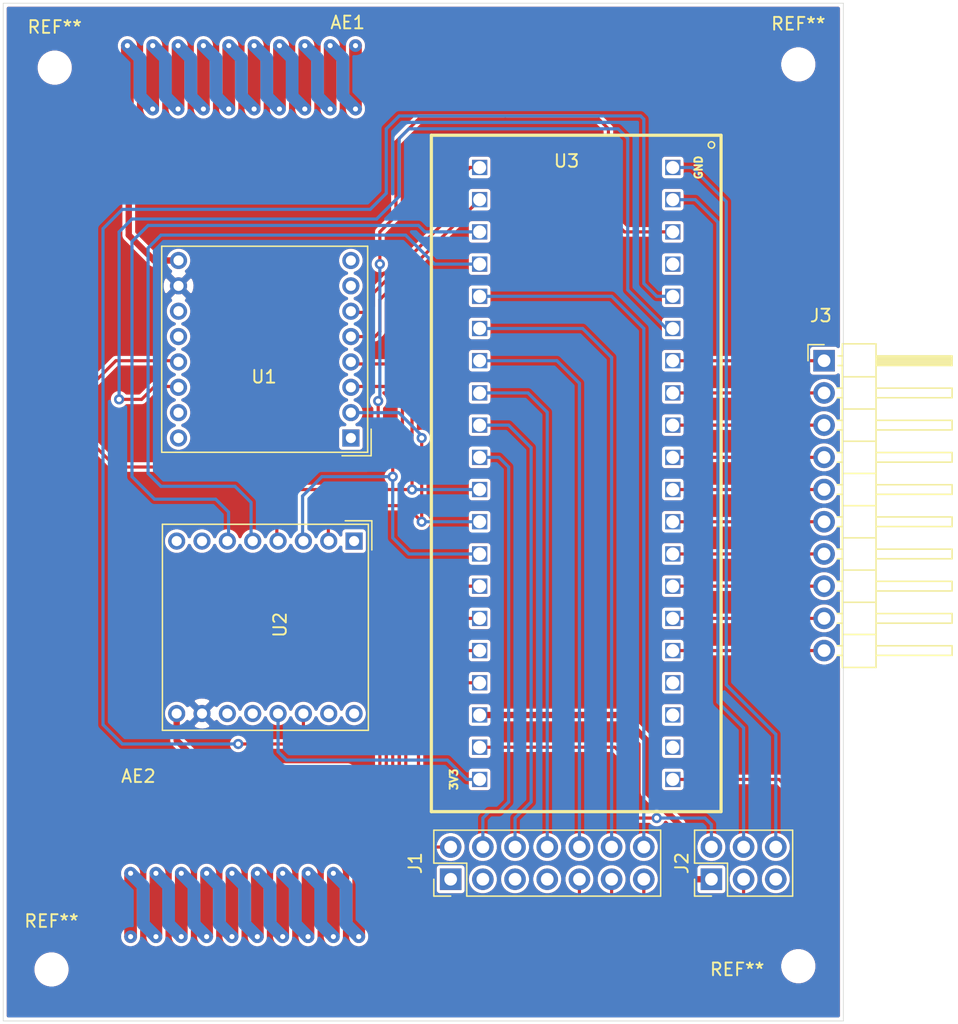
<source format=kicad_pcb>
(kicad_pcb (version 20171130) (host pcbnew 5.1.6)
  (layers (0 F.Cu signal) (31 B.Cu signal) (34 B.Paste user) (35 F.Paste user) (36 B.SilkS user) (37 F.SilkS user) (38 B.Mask user) (39 F.Mask user) (44 Edge.Cuts user))
  (net 0 "")
  (net 1 "Net-(AE1-Pad1)")
  (net 2 "Net-(AE2-Pad1)")
  (net 3 PB9)
  (net 4 PA8)
  (net 5 PA9)
  (net 6 PA10)
  (net 7 PB6)
  (net 8 PA11)
  (net 9 PB7)
  (net 10 PA12)
  (net 11 PB8)
  (net 12 PA15)
  (net 13 5V)
  (net 14 GND_1)
  (net 15 VBA)
  (net 16 GND_2)
  (net 17 3V3_2)
  (net 18 GND_3)
  (net 19 AI_0)
  (net 20 AI_1)
  (net 21 AI_2)
  (net 22 AI_3)
  (net 23 AI_4)
  (net 24 AO_0)
  (net 25 AO_1)
  (net 26 AO_2)
  (net 27 AO_3)
  (net 28 AO_4)
  (net 29 "Net-(U1-Pad1)")
  (net 30 MISO1)
  (net 31 MOSI1)
  (net 32 SCK1)
  (net 33 "Net-(U1-Pad7)")
  (net 34 "Net-(U1-Pad8)")
  (net 35 "Net-(U1-Pad11)")
  (net 36 "Net-(U1-Pad12)")
  (net 37 3V3_1)
  (net 38 PB10)
  (net 39 "Net-(U1-Pad15)")
  (net 40 "Net-(U1-Pad16)")
  (net 41 "Net-(U2-Pad16)")
  (net 42 "Net-(U2-Pad15)")
  (net 43 PB11)
  (net 44 "Net-(U2-Pad12)")
  (net 45 "Net-(U2-Pad11)")
  (net 46 "Net-(U2-Pad8)")
  (net 47 "Net-(U2-Pad7)")
  (net 48 "Net-(U2-Pad1)")
  (net 49 NSS1)
  (net 50 RESET1)
  (net 51 RESET2)
  (net 52 NSS2)
  (net 53 "Net-(J1-Pad1)")
  (net 54 "Net-(J1-Pad3)")
  (net 55 "Net-(J1-Pad5)")
  (net 56 "Net-(J1-Pad7)")
  (net 57 "Net-(U3-Pad19)")
  (net 58 "Net-(U3-Pad18)")
  (net 59 "Net-(U3-Pad17)")
  (net 60 "Net-(U3-Pad4)")
  (net 61 "Net-(J2-Pad5)")
  (net 62 GND)
  (module MountingHole:MountingHole_2.2mm_M2 (layer F.Cu) (at 117.348 136.906)
    (fp_text reference REF** (at 0 -3.81) (layer F.SilkS))
    (fp_text value M2)
    (pad 1 np_thru_hole circle (at 0 0) (size 2.2 2.2) (drill 2.2) (layers *.Cu *.Mask))
  )
  (module MountingHole:MountingHole_2.2mm_M2 (layer F.Cu) (at 176.276 136.652)
    (fp_text reference REF** (at -4.826 0.254) (layer F.SilkS))
    (fp_text value M2)
    (pad 1 np_thru_hole circle (at 0 0) (size 2.2 2.2) (drill 2.2) (layers *.Cu *.Mask))
  )
  (module MountingHole:MountingHole_2.2mm_M2 (layer F.Cu) (at 117.602 65.786)
    (fp_text reference REF** (at 0 -3.2) (layer F.SilkS))
    (fp_text value M2)
    (pad 1 np_thru_hole circle (at 0 0) (size 2.2 2.2) (drill 2.2) (layers *.Cu *.Mask))
  )
  (module MountingHole:MountingHole_2.2mm_M2 (layer F.Cu) (at 176.276 65.532)
    (fp_text reference REF** (at 0 -3.2) (layer F.SilkS))
    (fp_text value M2)
    (pad 1 np_thru_hole circle (at 0 0) (size 2.2 2.2) (drill 2.2) (layers *.Cu *.Mask))
  )
  (module Custom:STM32_103C8T6_Bluepill (layer F.Cu) (at 158.75 97.79 270)
    (fp_text reference U3 (at -24.638 0.762 180) (layer F.SilkS))
    (fp_text value STM32F103c8t6_Bluepill)
    (fp_text user 3V3 (at 24.13 9.652 90) (layer F.SilkS) (effects (font (size 0.6 0.6))))
    (fp_text user GND (at -24.13 -9.652 90) (layer F.SilkS) (effects (font (size 0.6 0.6))))
    (pad 40 thru_hole rect (at 24.13 7.62 270) (size 1.2 1.2) (drill 1.02) (layers *.Cu *.Mask) (net 37 3V3_1))
    (pad 39 thru_hole rect (at 21.59 7.62 270) (size 1.2 1.2) (drill 1.02) (layers *.Cu *.Mask) (net 14 GND_1))
    (pad 38 thru_hole rect (at 19.05 7.62 270) (size 1.2 1.2) (drill 1.02) (layers *.Cu *.Mask) (net 13 5V))
    (pad 37 thru_hole rect (at 16.51 7.62 270) (size 1.2 1.2) (drill 1.02) (layers *.Cu *.Mask) (net 3 PB9))
    (pad 36 thru_hole rect (at 13.97 7.62 270) (size 1.2 1.2) (drill 1.02) (layers *.Cu *.Mask) (net 11 PB8))
    (pad 35 thru_hole rect (at 11.43 7.62 270) (size 1.2 1.2) (drill 1.02) (layers *.Cu *.Mask) (net 9 PB7))
    (pad 34 thru_hole rect (at 8.89 7.62 270) (size 1.2 1.2) (drill 1.02) (layers *.Cu *.Mask) (net 7 PB6))
    (pad 33 thru_hole rect (at 6.35 7.62 270) (size 1.2 1.2) (drill 1.02) (layers *.Cu *.Mask) (net 31 MOSI1))
    (pad 32 thru_hole rect (at 3.81 7.62 270) (size 1.2 1.2) (drill 1.02) (layers *.Cu *.Mask) (net 30 MISO1))
    (pad 31 thru_hole rect (at 1.27 7.62 270) (size 1.2 1.2) (drill 1.02) (layers *.Cu *.Mask) (net 32 SCK1))
    (pad 30 thru_hole rect (at -1.27 7.62 270) (size 1.2 1.2) (drill 1.02) (layers *.Cu *.Mask) (net 12 PA15))
    (pad 29 thru_hole rect (at -3.81 7.62 270) (size 1.2 1.2) (drill 1.02) (layers *.Cu *.Mask) (net 10 PA12))
    (pad 28 thru_hole rect (at -6.35 7.62 270) (size 1.2 1.2) (drill 1.02) (layers *.Cu *.Mask) (net 8 PA11))
    (pad 27 thru_hole rect (at -8.89 7.62 270) (size 1.2 1.2) (drill 1.02) (layers *.Cu *.Mask) (net 6 PA10))
    (pad 26 thru_hole rect (at -11.43 7.62 270) (size 1.2 1.2) (drill 1.02) (layers *.Cu *.Mask) (net 5 PA9))
    (pad 25 thru_hole rect (at -13.97 7.62 270) (size 1.2 1.2) (drill 1.02) (layers *.Cu *.Mask) (net 4 PA8))
    (pad 24 thru_hole rect (at -16.51 7.62 270) (size 1.2 1.2) (drill 1.02) (layers *.Cu *.Mask) (net 52 NSS2))
    (pad 23 thru_hole rect (at -19.05 7.62 270) (size 1.2 1.2) (drill 1.02) (layers *.Cu *.Mask) (net 51 RESET2))
    (pad 22 thru_hole rect (at -21.59 7.62 270) (size 1.2 1.2) (drill 1.02) (layers *.Cu *.Mask) (net 49 NSS1))
    (pad 21 thru_hole rect (at -24.13 7.62 270) (size 1.2 1.2) (drill 1.02) (layers *.Cu *.Mask) (net 50 RESET1))
    (pad 20 thru_hole rect (at 24.13 -7.62 270) (size 1.2 1.2) (drill 1.02) (layers *.Cu *.Mask) (net 15 VBA))
    (pad 19 thru_hole rect (at 21.59 -7.62 270) (size 1.2 1.2) (drill 1.02) (layers *.Cu *.Mask) (net 57 "Net-(U3-Pad19)"))
    (pad 18 thru_hole rect (at 19.05 -7.62 270) (size 1.2 1.2) (drill 1.02) (layers *.Cu *.Mask) (net 58 "Net-(U3-Pad18)"))
    (pad 17 thru_hole rect (at 16.51 -7.62 270) (size 1.2 1.2) (drill 1.02) (layers *.Cu *.Mask) (net 59 "Net-(U3-Pad17)"))
    (pad 16 thru_hole rect (at 13.97 -7.62 270) (size 1.2 1.2) (drill 1.02) (layers *.Cu *.Mask) (net 28 AO_4))
    (pad 15 thru_hole rect (at 11.43 -7.62 270) (size 1.2 1.2) (drill 1.02) (layers *.Cu *.Mask) (net 27 AO_3))
    (pad 14 thru_hole rect (at 8.89 -7.62 270) (size 1.2 1.2) (drill 1.02) (layers *.Cu *.Mask) (net 26 AO_2))
    (pad 13 thru_hole rect (at 6.35 -7.62 270) (size 1.2 1.2) (drill 1.02) (layers *.Cu *.Mask) (net 25 AO_1))
    (pad 12 thru_hole rect (at 3.81 -7.62 270) (size 1.2 1.2) (drill 1.02) (layers *.Cu *.Mask) (net 24 AO_0))
    (pad 11 thru_hole rect (at 1.27 -7.62 270) (size 1.2 1.2) (drill 1.02) (layers *.Cu *.Mask) (net 23 AI_4))
    (pad 10 thru_hole rect (at -1.27 -7.62 270) (size 1.2 1.2) (drill 1.02) (layers *.Cu *.Mask) (net 22 AI_3))
    (pad 9 thru_hole rect (at -3.81 -7.62 270) (size 1.2 1.2) (drill 1.02) (layers *.Cu *.Mask) (net 21 AI_2))
    (pad 8 thru_hole rect (at -6.35 -7.62 270) (size 1.2 1.2) (drill 1.02) (layers *.Cu *.Mask) (net 20 AI_1))
    (pad 7 thru_hole rect (at -8.89 -7.62 270) (size 1.2 1.2) (drill 1.02) (layers *.Cu *.Mask) (net 19 AI_0))
    (pad 6 thru_hole rect (at -11.43 -7.62 270) (size 1.2 1.2) (drill 1.02) (layers *.Cu *.Mask) (net 38 PB10))
    (pad 5 thru_hole rect (at -13.97 -7.62 270) (size 1.2 1.2) (drill 1.02) (layers *.Cu *.Mask) (net 43 PB11))
    (pad 4 thru_hole rect (at -16.51 -7.62 270) (size 1.2 1.2) (drill 1.02) (layers *.Cu *.Mask) (net 60 "Net-(U3-Pad4)"))
    (pad 3 thru_hole rect (at -19.05 -7.62 270) (size 1.2 1.2) (drill 1.02) (layers *.Cu *.Mask) (net 17 3V3_2))
    (pad 2 thru_hole rect (at -21.59 -7.62 270) (size 1.2 1.2) (drill 1.02) (layers *.Cu *.Mask) (net 16 GND_2))
    (pad 1 thru_hole rect (at -24.13 -7.62 270) (size 1.2 1.2) (drill 1.02) (layers *.Cu *.Mask) (net 18 GND_3))
  )
  (module RF_Antenna:Texas_SWRA416_868MHz_915MHz (layer F.Cu) (at 132.334 69.85)
    (fp_text reference AE1 (at 8.382 -7.62) (layer F.SilkS))
    (fp_text value Antenna)
    (fp_line (start 7 -5.8) (end 8 -4.8) (layer B.Cu) (width 1))
    (fp_line (start 8 -1.8) (end 9 -0.8) (layer B.Cu) (width 1))
    (fp_line (start 8 -4.8) (end 8 -1.8) (layer B.Cu) (width 1))
    (fp_line (start 9 -5.8) (end 9 -0.8) (layer F.Cu) (width 1))
    (fp_line (start 5 -5.8) (end 6 -4.8) (layer B.Cu) (width 1))
    (fp_line (start 6 -1.8) (end 7 -0.8) (layer B.Cu) (width 1))
    (fp_line (start 6 -4.8) (end 6 -1.8) (layer B.Cu) (width 1))
    (fp_line (start 7 -5.8) (end 7 -0.8) (layer F.Cu) (width 1))
    (fp_line (start 3 -5.8) (end 4 -4.8) (layer B.Cu) (width 1))
    (fp_line (start 4 -1.8) (end 5 -0.8) (layer B.Cu) (width 1))
    (fp_line (start 4 -4.8) (end 4 -1.8) (layer B.Cu) (width 1))
    (fp_line (start 5 -5.8) (end 5 -0.8) (layer F.Cu) (width 1))
    (fp_line (start 1 -5.8) (end 2 -4.8) (layer B.Cu) (width 1))
    (fp_line (start 2 -1.8) (end 3 -0.8) (layer B.Cu) (width 1))
    (fp_line (start 2 -4.8) (end 2 -1.8) (layer B.Cu) (width 1))
    (fp_line (start 3 -5.8) (end 3 -0.8) (layer F.Cu) (width 1))
    (fp_line (start -1 -5.8) (end 0 -4.8) (layer B.Cu) (width 1))
    (fp_line (start 0 -1.8) (end 1 -0.8) (layer B.Cu) (width 1))
    (fp_line (start 0 -4.8) (end 0 -1.8) (layer B.Cu) (width 1))
    (fp_line (start 1 -5.8) (end 1 -0.8) (layer F.Cu) (width 1))
    (fp_line (start -3 -5.8) (end -2 -4.8) (layer B.Cu) (width 1))
    (fp_line (start -2 -1.8) (end -1 -0.8) (layer B.Cu) (width 1))
    (fp_line (start -2 -4.8) (end -2 -1.8) (layer B.Cu) (width 1))
    (fp_line (start -1 -5.8) (end -1 -0.8) (layer F.Cu) (width 1))
    (fp_line (start -4 -4.8) (end -4 -1.8) (layer B.Cu) (width 1))
    (fp_line (start -5 -5.8) (end -4 -4.8) (layer B.Cu) (width 1))
    (fp_line (start -4 -1.8) (end -3 -0.8) (layer B.Cu) (width 1))
    (fp_line (start -3 -5.8) (end -3 -0.8) (layer F.Cu) (width 1))
    (fp_line (start -6 -4.8) (end -6 -1.8) (layer B.Cu) (width 1))
    (fp_line (start -7 -5.8) (end -6 -4.8) (layer B.Cu) (width 1))
    (fp_line (start -6 -1.8) (end -5 -0.8) (layer B.Cu) (width 1))
    (fp_line (start -5 -5.8) (end -5 -0.8) (layer F.Cu) (width 1))
    (fp_line (start -7 -5.8) (end -7 -0.8) (layer F.Cu) (width 1))
    (fp_line (start -9 5.2) (end -9 -5.8) (layer F.Cu) (width 1))
    (fp_line (start -9 -5.8) (end -8 -4.8) (layer B.Cu) (width 1))
    (fp_line (start -8 -4.8) (end -8 -1.8) (layer B.Cu) (width 1))
    (fp_line (start -8 -1.8) (end -7 -0.8) (layer B.Cu) (width 1))
    (pad "" thru_hole circle (at 9 -0.8 180) (size 1 1) (drill 0.4) (layers *.Cu))
    (pad "" thru_hole circle (at 9 -5.8 180) (size 1 1) (drill 0.4) (layers *.Cu))
    (pad "" thru_hole circle (at 7 -5.8 180) (size 1 1) (drill 0.4) (layers *.Cu))
    (pad "" thru_hole circle (at 7 -0.8 180) (size 1 1) (drill 0.4) (layers *.Cu))
    (pad "" thru_hole circle (at 5 -0.8 180) (size 1 1) (drill 0.4) (layers *.Cu))
    (pad "" thru_hole circle (at 5 -5.8 180) (size 1 1) (drill 0.4) (layers *.Cu))
    (pad "" thru_hole circle (at 3 -0.8 180) (size 1 1) (drill 0.4) (layers *.Cu))
    (pad "" thru_hole circle (at 3 -5.8 180) (size 1 1) (drill 0.4) (layers *.Cu))
    (pad "" thru_hole circle (at 1 -5.8 180) (size 1 1) (drill 0.4) (layers *.Cu))
    (pad "" thru_hole circle (at 1 -0.8 180) (size 1 1) (drill 0.4) (layers *.Cu))
    (pad "" thru_hole circle (at -1 -0.8 180) (size 1 1) (drill 0.4) (layers *.Cu))
    (pad "" thru_hole circle (at -1 -5.8 180) (size 1 1) (drill 0.4) (layers *.Cu))
    (pad "" thru_hole circle (at -3 -5.8 180) (size 1 1) (drill 0.4) (layers *.Cu))
    (pad "" thru_hole circle (at -3 -0.8 180) (size 1 1) (drill 0.4) (layers *.Cu))
    (pad "" thru_hole circle (at -5 -0.8 180) (size 1 1) (drill 0.4) (layers *.Cu))
    (pad "" thru_hole circle (at -5 -5.8 180) (size 1 1) (drill 0.4) (layers *.Cu))
    (pad "" thru_hole circle (at -7 -5.8 180) (size 1 1) (drill 0.4) (layers *.Cu))
    (pad "" thru_hole circle (at -7 -0.8 180) (size 1 1) (drill 0.4) (layers *.Cu))
    (pad "" thru_hole circle (at -9 -5.8 180) (size 1 1) (drill 0.4) (layers *.Cu))
    (pad 1 smd trapezoid (at -9 5.9 180) (size 0.4 1.5) (rect_delta 0 0.3) (layers F.Cu) (net 1 "Net-(AE1-Pad1)"))
  )
  (module RF_Antenna:Texas_SWRA416_868MHz_915MHz (layer F.Cu) (at 132.588 128.524 180)
    (fp_text reference AE2 (at 8.382 6.858) (layer F.SilkS))
    (fp_text value Antenna)
    (fp_line (start -8 -1.8) (end -7 -0.8) (layer B.Cu) (width 1))
    (fp_line (start -8 -4.8) (end -8 -1.8) (layer B.Cu) (width 1))
    (fp_line (start -9 -5.8) (end -8 -4.8) (layer B.Cu) (width 1))
    (fp_line (start -9 5.2) (end -9 -5.8) (layer F.Cu) (width 1))
    (fp_line (start -7 -5.8) (end -7 -0.8) (layer F.Cu) (width 1))
    (fp_line (start -5 -5.8) (end -5 -0.8) (layer F.Cu) (width 1))
    (fp_line (start -6 -1.8) (end -5 -0.8) (layer B.Cu) (width 1))
    (fp_line (start -7 -5.8) (end -6 -4.8) (layer B.Cu) (width 1))
    (fp_line (start -6 -4.8) (end -6 -1.8) (layer B.Cu) (width 1))
    (fp_line (start -3 -5.8) (end -3 -0.8) (layer F.Cu) (width 1))
    (fp_line (start -4 -1.8) (end -3 -0.8) (layer B.Cu) (width 1))
    (fp_line (start -5 -5.8) (end -4 -4.8) (layer B.Cu) (width 1))
    (fp_line (start -4 -4.8) (end -4 -1.8) (layer B.Cu) (width 1))
    (fp_line (start -1 -5.8) (end -1 -0.8) (layer F.Cu) (width 1))
    (fp_line (start -2 -4.8) (end -2 -1.8) (layer B.Cu) (width 1))
    (fp_line (start -2 -1.8) (end -1 -0.8) (layer B.Cu) (width 1))
    (fp_line (start -3 -5.8) (end -2 -4.8) (layer B.Cu) (width 1))
    (fp_line (start 1 -5.8) (end 1 -0.8) (layer F.Cu) (width 1))
    (fp_line (start 0 -4.8) (end 0 -1.8) (layer B.Cu) (width 1))
    (fp_line (start 0 -1.8) (end 1 -0.8) (layer B.Cu) (width 1))
    (fp_line (start -1 -5.8) (end 0 -4.8) (layer B.Cu) (width 1))
    (fp_line (start 3 -5.8) (end 3 -0.8) (layer F.Cu) (width 1))
    (fp_line (start 2 -4.8) (end 2 -1.8) (layer B.Cu) (width 1))
    (fp_line (start 2 -1.8) (end 3 -0.8) (layer B.Cu) (width 1))
    (fp_line (start 1 -5.8) (end 2 -4.8) (layer B.Cu) (width 1))
    (fp_line (start 5 -5.8) (end 5 -0.8) (layer F.Cu) (width 1))
    (fp_line (start 4 -4.8) (end 4 -1.8) (layer B.Cu) (width 1))
    (fp_line (start 4 -1.8) (end 5 -0.8) (layer B.Cu) (width 1))
    (fp_line (start 3 -5.8) (end 4 -4.8) (layer B.Cu) (width 1))
    (fp_line (start 7 -5.8) (end 7 -0.8) (layer F.Cu) (width 1))
    (fp_line (start 6 -4.8) (end 6 -1.8) (layer B.Cu) (width 1))
    (fp_line (start 6 -1.8) (end 7 -0.8) (layer B.Cu) (width 1))
    (fp_line (start 5 -5.8) (end 6 -4.8) (layer B.Cu) (width 1))
    (fp_line (start 9 -5.8) (end 9 -0.8) (layer F.Cu) (width 1))
    (fp_line (start 8 -4.8) (end 8 -1.8) (layer B.Cu) (width 1))
    (fp_line (start 8 -1.8) (end 9 -0.8) (layer B.Cu) (width 1))
    (fp_line (start 7 -5.8) (end 8 -4.8) (layer B.Cu) (width 1))
    (pad 1 smd trapezoid (at -9 5.9) (size 0.7 1.5) (rect_delta 0 0.3) (layers F.Cu) (net 2 "Net-(AE2-Pad1)"))
    (pad "" thru_hole circle (at -9 -5.8) (size 1 1) (drill 0.4) (layers *.Cu))
    (pad "" thru_hole circle (at -7 -0.8) (size 1 1) (drill 0.4) (layers *.Cu))
    (pad "" thru_hole circle (at -7 -5.8) (size 1 1) (drill 0.4) (layers *.Cu))
    (pad "" thru_hole circle (at -5 -5.8) (size 1 1) (drill 0.4) (layers *.Cu))
    (pad "" thru_hole circle (at -5 -0.8) (size 1 1) (drill 0.4) (layers *.Cu))
    (pad "" thru_hole circle (at -3 -0.8) (size 1 1) (drill 0.4) (layers *.Cu))
    (pad "" thru_hole circle (at -3 -5.8) (size 1 1) (drill 0.4) (layers *.Cu))
    (pad "" thru_hole circle (at -1 -5.8) (size 1 1) (drill 0.4) (layers *.Cu))
    (pad "" thru_hole circle (at -1 -0.8) (size 1 1) (drill 0.4) (layers *.Cu))
    (pad "" thru_hole circle (at 1 -0.8) (size 1 1) (drill 0.4) (layers *.Cu))
    (pad "" thru_hole circle (at 1 -5.8) (size 1 1) (drill 0.4) (layers *.Cu))
    (pad "" thru_hole circle (at 3 -5.8) (size 1 1) (drill 0.4) (layers *.Cu))
    (pad "" thru_hole circle (at 3 -0.8) (size 1 1) (drill 0.4) (layers *.Cu))
    (pad "" thru_hole circle (at 5 -5.8) (size 1 1) (drill 0.4) (layers *.Cu))
    (pad "" thru_hole circle (at 5 -0.8) (size 1 1) (drill 0.4) (layers *.Cu))
    (pad "" thru_hole circle (at 7 -0.8) (size 1 1) (drill 0.4) (layers *.Cu))
    (pad "" thru_hole circle (at 7 -5.8) (size 1 1) (drill 0.4) (layers *.Cu))
    (pad "" thru_hole circle (at 9 -5.8) (size 1 1) (drill 0.4) (layers *.Cu))
    (pad "" thru_hole circle (at 9 -0.8) (size 1 1) (drill 0.4) (layers *.Cu))
  )
  (module Connector_PinHeader_2.54mm:PinHeader_2x07_P2.54mm_Vertical (layer F.Cu) (at 148.844 129.794 90)
    (fp_text reference J1 (at 1.27 -2.794 90) (layer F.SilkS))
    (fp_text value "Generic Pins")
    (pad 1 thru_hole rect (at 0 0 90) (size 1.7 1.7) (drill 1) (layers *.Cu *.Mask) (net 53 "Net-(J1-Pad1)"))
    (pad 2 thru_hole oval (at 2.54 0 90) (size 1.7 1.7) (drill 1) (layers *.Cu *.Mask) (net 3 PB9))
    (pad 3 thru_hole oval (at 0 2.54 90) (size 1.7 1.7) (drill 1) (layers *.Cu *.Mask) (net 54 "Net-(J1-Pad3)"))
    (pad 4 thru_hole oval (at 2.54 2.54 90) (size 1.7 1.7) (drill 1) (layers *.Cu *.Mask) (net 12 PA15))
    (pad 5 thru_hole oval (at 0 5.08 90) (size 1.7 1.7) (drill 1) (layers *.Cu *.Mask) (net 55 "Net-(J1-Pad5)"))
    (pad 6 thru_hole oval (at 2.54 5.08 90) (size 1.7 1.7) (drill 1) (layers *.Cu *.Mask) (net 10 PA12))
    (pad 7 thru_hole oval (at 0 7.62 90) (size 1.7 1.7) (drill 1) (layers *.Cu *.Mask) (net 56 "Net-(J1-Pad7)"))
    (pad 8 thru_hole oval (at 2.54 7.62 90) (size 1.7 1.7) (drill 1) (layers *.Cu *.Mask) (net 8 PA11))
    (pad 9 thru_hole oval (at 0 10.16 90) (size 1.7 1.7) (drill 1) (layers *.Cu *.Mask) (net 11 PB8))
    (pad 10 thru_hole oval (at 2.54 10.16 90) (size 1.7 1.7) (drill 1) (layers *.Cu *.Mask) (net 6 PA10))
    (pad 11 thru_hole oval (at 0 12.7 90) (size 1.7 1.7) (drill 1) (layers *.Cu *.Mask) (net 9 PB7))
    (pad 12 thru_hole oval (at 2.54 12.7 90) (size 1.7 1.7) (drill 1) (layers *.Cu *.Mask) (net 5 PA9))
    (pad 13 thru_hole oval (at 0 15.24 90) (size 1.7 1.7) (drill 1) (layers *.Cu *.Mask) (net 7 PB6))
    (pad 14 thru_hole oval (at 2.54 15.24 90) (size 1.7 1.7) (drill 1) (layers *.Cu *.Mask) (net 4 PA8))
  )
  (module Connector_PinHeader_2.54mm:PinHeader_2x03_P2.54mm_Vertical (layer F.Cu) (at 169.418 129.794 90)
    (fp_text reference J2 (at 1.27 -2.33 90) (layer F.SilkS))
    (fp_text value "Power Pins")
    (pad 1 thru_hole rect (at 0 0 90) (size 1.7 1.7) (drill 1) (layers *.Cu *.Mask) (net 13 5V))
    (pad 2 thru_hole oval (at 2.54 0 90) (size 1.7 1.7) (drill 1) (layers *.Cu *.Mask) (net 14 GND_1))
    (pad 3 thru_hole oval (at 0 2.54 90) (size 1.7 1.7) (drill 1) (layers *.Cu *.Mask) (net 15 VBA))
    (pad 4 thru_hole oval (at 2.54 2.54 90) (size 1.7 1.7) (drill 1) (layers *.Cu *.Mask) (net 16 GND_2))
    (pad 5 thru_hole oval (at 0 5.08 90) (size 1.7 1.7) (drill 1) (layers *.Cu *.Mask) (net 61 "Net-(J2-Pad5)"))
    (pad 6 thru_hole oval (at 2.54 5.08 90) (size 1.7 1.7) (drill 1) (layers *.Cu *.Mask) (net 18 GND_3))
  )
  (module Connector_PinHeader_2.54mm:PinHeader_1x10_P2.54mm_Horizontal (layer F.Cu) (at 178.308 88.9)
    (fp_text reference J3 (at -0.254 -3.556) (layer F.SilkS))
    (fp_text value "Sensor Pins")
    (pad 1 thru_hole rect (at 0 0) (size 1.7 1.7) (drill 1) (layers *.Cu *.Mask) (net 19 AI_0))
    (pad 2 thru_hole oval (at 0 2.54) (size 1.7 1.7) (drill 1) (layers *.Cu *.Mask) (net 20 AI_1))
    (pad 3 thru_hole oval (at 0 5.08) (size 1.7 1.7) (drill 1) (layers *.Cu *.Mask) (net 21 AI_2))
    (pad 4 thru_hole oval (at 0 7.62) (size 1.7 1.7) (drill 1) (layers *.Cu *.Mask) (net 22 AI_3))
    (pad 5 thru_hole oval (at 0 10.16) (size 1.7 1.7) (drill 1) (layers *.Cu *.Mask) (net 23 AI_4))
    (pad 6 thru_hole oval (at 0 12.7) (size 1.7 1.7) (drill 1) (layers *.Cu *.Mask) (net 24 AO_0))
    (pad 7 thru_hole oval (at 0 15.24) (size 1.7 1.7) (drill 1) (layers *.Cu *.Mask) (net 25 AO_1))
    (pad 8 thru_hole oval (at 0 17.78) (size 1.7 1.7) (drill 1) (layers *.Cu *.Mask) (net 26 AO_2))
    (pad 9 thru_hole oval (at 0 20.32) (size 1.7 1.7) (drill 1) (layers *.Cu *.Mask) (net 27 AO_3))
    (pad 10 thru_hole oval (at 0 22.86) (size 1.7 1.7) (drill 1) (layers *.Cu *.Mask) (net 28 AO_4))
  )
  (module RF_Module:HOPERF_RFM9XW_THT (layer F.Cu) (at 140.97 94.996 180)
    (fp_text reference U1 (at 6.858 4.826) (layer F.SilkS))
    (fp_text value RFM95W-868S2)
    (pad 1 thru_hole rect (at 0 0 180) (size 1.35 1.35) (drill 0.8) (layers *.Cu *.Mask) (net 29 "Net-(U1-Pad1)"))
    (pad 2 thru_hole circle (at 0 2 180) (size 1.35 1.35) (drill 0.8) (layers *.Cu *.Mask) (net 30 MISO1))
    (pad 3 thru_hole circle (at 0 4 180) (size 1.35 1.35) (drill 0.8) (layers *.Cu *.Mask) (net 31 MOSI1))
    (pad 4 thru_hole circle (at 0 6 180) (size 1.35 1.35) (drill 0.8) (layers *.Cu *.Mask) (net 32 SCK1))
    (pad 5 thru_hole circle (at 0 8 180) (size 1.35 1.35) (drill 0.8) (layers *.Cu *.Mask) (net 49 NSS1))
    (pad 6 thru_hole circle (at 0 10 180) (size 1.35 1.35) (drill 0.8) (layers *.Cu *.Mask) (net 50 RESET1))
    (pad 7 thru_hole circle (at 0 12 180) (size 1.35 1.35) (drill 0.8) (layers *.Cu *.Mask) (net 33 "Net-(U1-Pad7)"))
    (pad 8 thru_hole circle (at 0 14 180) (size 1.35 1.35) (drill 0.8) (layers *.Cu *.Mask) (net 34 "Net-(U1-Pad8)"))
    (pad 9 thru_hole circle (at 13.6 14 180) (size 1.35 1.35) (drill 0.8) (layers *.Cu *.Mask) (net 1 "Net-(AE1-Pad1)"))
    (pad 10 thru_hole circle (at 13.6 12 180) (size 1.35 1.35) (drill 0.8) (layers *.Cu *.Mask) (net 62 GND))
    (pad 11 thru_hole circle (at 13.6 10 180) (size 1.35 1.35) (drill 0.8) (layers *.Cu *.Mask) (net 35 "Net-(U1-Pad11)"))
    (pad 12 thru_hole circle (at 13.6 8 180) (size 1.35 1.35) (drill 0.8) (layers *.Cu *.Mask) (net 36 "Net-(U1-Pad12)"))
    (pad 13 thru_hole circle (at 13.6 6 180) (size 1.35 1.35) (drill 0.8) (layers *.Cu *.Mask) (net 17 3V3_2))
    (pad 14 thru_hole circle (at 13.6 4 180) (size 1.35 1.35) (drill 0.8) (layers *.Cu *.Mask) (net 38 PB10))
    (pad 15 thru_hole circle (at 13.6 2 180) (size 1.35 1.35) (drill 0.8) (layers *.Cu *.Mask) (net 39 "Net-(U1-Pad15)"))
    (pad 16 thru_hole circle (at 13.6 0 180) (size 1.35 1.35) (drill 0.8) (layers *.Cu *.Mask) (net 40 "Net-(U1-Pad16)"))
  )
  (module RF_Module:HOPERF_RFM9XW_THT (layer F.Cu) (at 141.224 103.124 270)
    (fp_text reference U2 (at 6.604 5.842 270) (layer F.SilkS))
    (fp_text value RFM95W-868S2)
    (pad 16 thru_hole circle (at 13.6 0 270) (size 1.35 1.35) (drill 0.8) (layers *.Cu *.Mask) (net 41 "Net-(U2-Pad16)"))
    (pad 15 thru_hole circle (at 13.6 2 270) (size 1.35 1.35) (drill 0.8) (layers *.Cu *.Mask) (net 42 "Net-(U2-Pad15)"))
    (pad 14 thru_hole circle (at 13.6 4 270) (size 1.35 1.35) (drill 0.8) (layers *.Cu *.Mask) (net 43 PB11))
    (pad 13 thru_hole circle (at 13.6 6 270) (size 1.35 1.35) (drill 0.8) (layers *.Cu *.Mask) (net 37 3V3_1))
    (pad 12 thru_hole circle (at 13.6 8 270) (size 1.35 1.35) (drill 0.8) (layers *.Cu *.Mask) (net 44 "Net-(U2-Pad12)"))
    (pad 11 thru_hole circle (at 13.6 10 270) (size 1.35 1.35) (drill 0.8) (layers *.Cu *.Mask) (net 45 "Net-(U2-Pad11)"))
    (pad 10 thru_hole circle (at 13.6 12 270) (size 1.35 1.35) (drill 0.8) (layers *.Cu *.Mask) (net 62 GND))
    (pad 9 thru_hole circle (at 13.6 14 270) (size 1.35 1.35) (drill 0.8) (layers *.Cu *.Mask) (net 2 "Net-(AE2-Pad1)"))
    (pad 8 thru_hole circle (at 0 14 270) (size 1.35 1.35) (drill 0.8) (layers *.Cu *.Mask) (net 46 "Net-(U2-Pad8)"))
    (pad 7 thru_hole circle (at 0 12 270) (size 1.35 1.35) (drill 0.8) (layers *.Cu *.Mask) (net 47 "Net-(U2-Pad7)"))
    (pad 6 thru_hole circle (at 0 10 270) (size 1.35 1.35) (drill 0.8) (layers *.Cu *.Mask) (net 51 RESET2))
    (pad 5 thru_hole circle (at 0 8 270) (size 1.35 1.35) (drill 0.8) (layers *.Cu *.Mask) (net 52 NSS2))
    (pad 4 thru_hole circle (at 0 6 270) (size 1.35 1.35) (drill 0.8) (layers *.Cu *.Mask) (net 32 SCK1))
    (pad 3 thru_hole circle (at 0 4 270) (size 1.35 1.35) (drill 0.8) (layers *.Cu *.Mask) (net 31 MOSI1))
    (pad 2 thru_hole circle (at 0 2 270) (size 1.35 1.35) (drill 0.8) (layers *.Cu *.Mask) (net 30 MISO1))
    (pad 1 thru_hole rect (at 0 0 270) (size 1.35 1.35) (drill 0.8) (layers *.Cu *.Mask) (net 48 "Net-(U2-Pad1)"))
  )
  (gr_line (start 179.832 140.97) (end 113.538 140.97) (layer Edge.Cuts) (width 0.05))
  (gr_line (start 179.832 60.706) (end 179.832 140.97) (layer Edge.Cuts) (width 0.05))
  (gr_line (start 113.538 60.706) (end 179.832 60.706) (layer Edge.Cuts) (width 0.05))
  (gr_line (start 113.538 140.97) (end 113.538 60.706) (layer Edge.Cuts) (width 0.05))
  (segment (start 127.37 80.996) (end 125.446 80.996) (width 0.5) (layer F.Cu) (net 1))
  (segment (start 125.446 80.996) (end 123.444 78.994) (width 0.5) (layer F.Cu) (net 1))
  (segment (start 123.444 78.55699) (end 123.444 78.994) (width 0.5) (layer F.Cu) (net 1))
  (segment (start 123.444 78.55699) (end 123.444 76.2) (width 0.5) (layer F.Cu) (net 1))
  (segment (start 123.444 76.2) (end 123.444 75.946) (width 0.25) (layer F.Cu) (net 1))
  (segment (start 141.54899 122.49899) (end 141.732 122.49899) (width 0.25) (layer F.Cu) (net 2))
  (segment (start 127.224 116.724) (end 127.224 118.842) (width 0.5) (layer F.Cu) (net 2))
  (segment (start 129.54 121.158) (end 138.176 121.158) (width 0.5) (layer F.Cu) (net 2))
  (segment (start 127.224 118.842) (end 129.54 121.158) (width 0.5) (layer F.Cu) (net 2))
  (segment (start 137.922 121.158) (end 138.176 121.158) (width 0.25) (layer F.Cu) (net 2))
  (segment (start 138.176 121.158) (end 140.716 121.158) (width 0.5) (layer F.Cu) (net 2))
  (segment (start 140.716 121.158) (end 141.732 122.174) (width 0.5) (layer F.Cu) (net 2))
  (segment (start 151.13 114.3) (end 147.066 114.3) (width 0.25) (layer F.Cu) (net 3))
  (segment (start 146.304 118.11) (end 146.304 127) (width 0.25) (layer F.Cu) (net 3))
  (segment (start 146.304 127) (end 146.558 127.254) (width 0.25) (layer F.Cu) (net 3))
  (segment (start 146.558 127.254) (end 148.844 127.254) (width 0.25) (layer F.Cu) (net 3))
  (segment (start 146.304 118.11) (end 146.304 116.332) (width 0.25) (layer F.Cu) (net 3))
  (segment (start 147.066 114.3) (end 146.304 115.062) (width 0.25) (layer F.Cu) (net 3))
  (segment (start 146.304 115.062) (end 146.304 116.332) (width 0.25) (layer F.Cu) (net 3))
  (segment (start 151.13 83.82) (end 161.544 83.82) (width 0.25) (layer B.Cu) (net 4))
  (segment (start 161.544 83.82) (end 164.084 86.36) (width 0.25) (layer B.Cu) (net 4))
  (segment (start 164.084 86.36) (end 164.084 127.254) (width 0.25) (layer B.Cu) (net 4))
  (segment (start 151.13 86.36) (end 159.258 86.36) (width 0.25) (layer B.Cu) (net 5))
  (segment (start 159.258 86.36) (end 161.544 88.646) (width 0.25) (layer B.Cu) (net 5))
  (segment (start 161.544 88.646) (end 161.544 127.508) (width 0.25) (layer B.Cu) (net 5))
  (segment (start 151.13 88.9) (end 157.226 88.9) (width 0.25) (layer B.Cu) (net 6))
  (segment (start 157.226 88.9) (end 159.004 90.678) (width 0.25) (layer B.Cu) (net 6))
  (segment (start 159.004 90.678) (end 159.004 127.254) (width 0.25) (layer B.Cu) (net 6))
  (segment (start 143.256 119.38) (end 143.256 116.332) (width 0.25) (layer F.Cu) (net 7))
  (segment (start 144.78 106.68) (end 143.256 108.204) (width 0.25) (layer F.Cu) (net 7))
  (segment (start 143.256 108.204) (end 143.256 116.332) (width 0.25) (layer F.Cu) (net 7))
  (segment (start 151.13 106.68) (end 144.78 106.68) (width 0.25) (layer F.Cu) (net 7))
  (segment (start 143.256 119.38) (end 143.256 124.46) (width 0.25) (layer F.Cu) (net 7))
  (segment (start 143.256 124.46) (end 143.256 132.842) (width 0.25) (layer F.Cu) (net 7))
  (segment (start 143.256 132.842) (end 145.034 134.62) (width 0.25) (layer F.Cu) (net 7))
  (segment (start 145.034 134.62) (end 162.56 134.62) (width 0.25) (layer F.Cu) (net 7))
  (segment (start 162.56 134.62) (end 164.084 133.096) (width 0.25) (layer F.Cu) (net 7))
  (segment (start 164.084 133.096) (end 164.084 129.794) (width 0.25) (layer F.Cu) (net 7))
  (segment (start 151.13 91.44) (end 154.94 91.44) (width 0.25) (layer B.Cu) (net 8))
  (segment (start 154.94 91.44) (end 156.464 92.964) (width 0.25) (layer B.Cu) (net 8))
  (segment (start 156.464 92.964) (end 156.464 127.254) (width 0.25) (layer B.Cu) (net 8))
  (segment (start 151.13 109.22) (end 145.034 109.22) (width 0.25) (layer F.Cu) (net 9))
  (segment (start 145.034 109.22) (end 144.272 109.982) (width 0.25) (layer F.Cu) (net 9))
  (segment (start 144.272 117.602) (end 144.272 116.332) (width 0.25) (layer F.Cu) (net 9))
  (segment (start 144.272 109.982) (end 144.272 116.332) (width 0.25) (layer F.Cu) (net 9))
  (segment (start 144.272 117.602) (end 144.272 124.46) (width 0.25) (layer F.Cu) (net 9))
  (segment (start 144.272 124.46) (end 144.272 132.334) (width 0.25) (layer F.Cu) (net 9))
  (segment (start 144.272 132.334) (end 145.542 133.604) (width 0.25) (layer F.Cu) (net 9))
  (segment (start 145.542 133.604) (end 160.782 133.604) (width 0.25) (layer F.Cu) (net 9))
  (segment (start 160.782 133.604) (end 161.544 132.842) (width 0.25) (layer F.Cu) (net 9))
  (segment (start 161.544 132.842) (end 161.544 129.794) (width 0.25) (layer F.Cu) (net 9))
  (segment (start 151.13 93.98) (end 153.416 93.98) (width 0.25) (layer B.Cu) (net 10))
  (segment (start 153.416 93.98) (end 155.194 95.758) (width 0.25) (layer B.Cu) (net 10))
  (segment (start 155.194 95.758) (end 155.194 123.698) (width 0.25) (layer B.Cu) (net 10))
  (segment (start 155.194 123.698) (end 153.924 124.968) (width 0.25) (layer B.Cu) (net 10))
  (segment (start 153.924 124.968) (end 153.924 127.508) (width 0.25) (layer B.Cu) (net 10))
  (segment (start 151.13 111.76) (end 146.304 111.76) (width 0.25) (layer F.Cu) (net 11))
  (segment (start 145.303997 112.760003) (end 145.303997 116.332) (width 0.25) (layer F.Cu) (net 11))
  (segment (start 146.304 111.76) (end 145.303997 112.760003) (width 0.25) (layer F.Cu) (net 11))
  (segment (start 145.303997 124.444003) (end 145.288 124.46) (width 0.25) (layer F.Cu) (net 11))
  (segment (start 145.303997 116.332) (end 145.303997 124.444003) (width 0.25) (layer F.Cu) (net 11))
  (segment (start 145.288 124.46) (end 145.288 131.318) (width 0.25) (layer F.Cu) (net 11))
  (segment (start 145.288 131.318) (end 145.288 131.826) (width 0.25) (layer F.Cu) (net 11))
  (segment (start 145.288 131.826) (end 146.05 132.588) (width 0.25) (layer F.Cu) (net 11))
  (segment (start 146.05 132.588) (end 158.242 132.588) (width 0.25) (layer F.Cu) (net 11))
  (segment (start 158.242 132.588) (end 159.004 131.826) (width 0.25) (layer F.Cu) (net 11))
  (segment (start 159.004 131.826) (end 159.004 129.794) (width 0.25) (layer F.Cu) (net 11))
  (segment (start 151.13 96.52) (end 152.654 96.52) (width 0.25) (layer B.Cu) (net 12))
  (segment (start 152.654 96.52) (end 153.416 97.282) (width 0.25) (layer B.Cu) (net 12))
  (segment (start 153.416 97.282) (end 153.416 123.698) (width 0.25) (layer B.Cu) (net 12))
  (segment (start 153.416 123.698) (end 152.654 124.46) (width 0.25) (layer B.Cu) (net 12))
  (segment (start 152.654 124.46) (end 151.892 124.46) (width 0.25) (layer B.Cu) (net 12))
  (segment (start 151.892 124.46) (end 151.384 124.968) (width 0.25) (layer B.Cu) (net 12))
  (segment (start 151.384 124.968) (end 151.384 127.254) (width 0.25) (layer B.Cu) (net 12))
  (segment (start 169.418 130.048) (end 169.418 129.794) (width 0.25) (layer B.Cu) (net 13))
  (segment (start 151.13 116.84) (end 162.306 116.84) (width 0.5) (layer F.Cu) (net 13))
  (segment (start 162.306 116.84) (end 164.338 118.872) (width 0.5) (layer F.Cu) (net 13))
  (segment (start 164.338 118.872) (end 164.338 122.936) (width 0.5) (layer F.Cu) (net 13))
  (segment (start 164.338 122.936) (end 166.878 125.476) (width 0.5) (layer F.Cu) (net 13))
  (segment (start 166.878 125.476) (end 166.878 129.286) (width 0.5) (layer F.Cu) (net 13))
  (segment (start 166.878 129.286) (end 167.386 129.794) (width 0.5) (layer F.Cu) (net 13))
  (segment (start 167.386 129.794) (end 169.672 129.794) (width 0.5) (layer F.Cu) (net 13))
  (segment (start 151.13 119.38) (end 160.528 119.38) (width 0.25) (layer F.Cu) (net 14))
  (segment (start 160.528 119.38) (end 161.798 119.38) (width 0.25) (layer F.Cu) (net 14))
  (segment (start 161.798 119.38) (end 162.56 120.142) (width 0.25) (layer F.Cu) (net 14))
  (segment (start 162.56 120.142) (end 162.56 124.968) (width 0.25) (layer F.Cu) (net 14))
  (via (at 165.1 124.968) (size 0.8) (drill 0.4) (layers F.Cu B.Cu) (net 14))
  (segment (start 162.56 124.968) (end 165.1 124.968) (width 0.25) (layer F.Cu) (net 14))
  (segment (start 165.1 124.968) (end 168.402 124.968) (width 0.25) (layer B.Cu) (net 14))
  (segment (start 168.402 124.968) (end 168.91 124.968) (width 0.25) (layer B.Cu) (net 14))
  (segment (start 168.91 124.968) (end 169.418 125.476) (width 0.25) (layer B.Cu) (net 14))
  (segment (start 169.418 125.476) (end 169.418 127.254) (width 0.25) (layer B.Cu) (net 14))
  (segment (start 166.37 121.92) (end 174.752 121.92) (width 0.25) (layer F.Cu) (net 15))
  (segment (start 174.752 121.92) (end 176.784 123.952) (width 0.25) (layer F.Cu) (net 15))
  (segment (start 176.784 123.952) (end 176.784 132.08) (width 0.25) (layer F.Cu) (net 15))
  (segment (start 176.784 132.08) (end 176.53 132.334) (width 0.25) (layer F.Cu) (net 15))
  (segment (start 176.53 132.334) (end 172.72 132.334) (width 0.25) (layer F.Cu) (net 15))
  (segment (start 172.72 132.334) (end 171.958 131.572) (width 0.25) (layer F.Cu) (net 15))
  (segment (start 171.958 131.572) (end 171.958 129.794) (width 0.25) (layer F.Cu) (net 15))
  (segment (start 166.37 76.2) (end 168.148 76.2) (width 0.25) (layer B.Cu) (net 16))
  (segment (start 168.148 76.2) (end 169.926 77.978) (width 0.25) (layer B.Cu) (net 16))
  (segment (start 169.926 77.978) (end 169.926 115.824) (width 0.25) (layer B.Cu) (net 16))
  (segment (start 169.926 115.824) (end 171.958 117.856) (width 0.25) (layer B.Cu) (net 16))
  (segment (start 171.958 117.856) (end 171.958 127.254) (width 0.25) (layer B.Cu) (net 16))
  (segment (start 166.37 78.74) (end 162.56 78.74) (width 0.25) (layer F.Cu) (net 17))
  (segment (start 162.56 78.74) (end 161.29 77.47) (width 0.25) (layer F.Cu) (net 17))
  (segment (start 161.29 77.47) (end 161.29 70.612) (width 0.25) (layer F.Cu) (net 17))
  (segment (start 161.29 70.612) (end 160.528 69.85) (width 0.25) (layer F.Cu) (net 17))
  (segment (start 160.528 69.85) (end 153.154998 69.85) (width 0.25) (layer F.Cu) (net 17))
  (segment (start 153.154998 69.85) (end 146.304 69.85) (width 0.25) (layer F.Cu) (net 17))
  (segment (start 146.304 69.85) (end 144.526 71.628) (width 0.25) (layer F.Cu) (net 17))
  (segment (start 144.526 71.628) (end 144.526 77.47) (width 0.25) (layer F.Cu) (net 17))
  (via (at 143.256 81.28) (size 0.8) (drill 0.4) (layers F.Cu B.Cu) (net 17))
  (segment (start 143.256 78.74) (end 143.256 81.28) (width 0.25) (layer F.Cu) (net 17))
  (segment (start 144.526 77.47) (end 143.256 78.74) (width 0.25) (layer F.Cu) (net 17))
  (via (at 143.124347 92.079653) (size 0.8) (drill 0.4) (layers F.Cu B.Cu) (net 17))
  (segment (start 143.256 91.948) (end 143.124347 92.079653) (width 0.25) (layer B.Cu) (net 17))
  (segment (start 143.256 81.28) (end 143.256 91.948) (width 0.25) (layer B.Cu) (net 17))
  (segment (start 143.124347 92.079653) (end 143.124347 96.388347) (width 0.25) (layer F.Cu) (net 17))
  (segment (start 143.124347 96.388347) (end 142.230694 97.282) (width 0.25) (layer F.Cu) (net 17))
  (segment (start 142.230694 97.282) (end 122.428 97.282) (width 0.25) (layer F.Cu) (net 17))
  (segment (start 122.428 97.282) (end 120.396 95.25) (width 0.25) (layer F.Cu) (net 17))
  (segment (start 120.396 95.25) (end 120.396 90.932) (width 0.25) (layer F.Cu) (net 17))
  (segment (start 120.396 90.932) (end 122.428 88.9) (width 0.25) (layer F.Cu) (net 17))
  (segment (start 122.428 88.9) (end 127.254 88.9) (width 0.25) (layer F.Cu) (net 17))
  (segment (start 166.37 73.66) (end 167.894 73.66) (width 0.25) (layer B.Cu) (net 18))
  (segment (start 170.593001 76.359001) (end 170.593001 114.459001) (width 0.25) (layer B.Cu) (net 18))
  (segment (start 167.894 73.66) (end 170.593001 76.359001) (width 0.25) (layer B.Cu) (net 18))
  (segment (start 170.593001 114.459001) (end 174.498 118.364) (width 0.25) (layer B.Cu) (net 18))
  (segment (start 174.498 118.364) (end 174.498 127.508) (width 0.25) (layer B.Cu) (net 18))
  (segment (start 166.37 88.9) (end 172.974 88.9) (width 0.25) (layer F.Cu) (net 19))
  (segment (start 172.974 88.9) (end 173.482 88.9) (width 0.25) (layer F.Cu) (net 19))
  (segment (start 173.482 88.9) (end 178.562 88.9) (width 0.25) (layer F.Cu) (net 19))
  (segment (start 166.37 91.44) (end 172.974 91.44) (width 0.25) (layer F.Cu) (net 20))
  (segment (start 172.974 91.44) (end 178.308 91.44) (width 0.25) (layer F.Cu) (net 20))
  (segment (start 166.37 93.98) (end 172.974 93.98) (width 0.25) (layer F.Cu) (net 21))
  (segment (start 172.974 93.98) (end 178.054 93.98) (width 0.25) (layer F.Cu) (net 21))
  (segment (start 178.054 93.98) (end 178.308 93.98) (width 0.25) (layer F.Cu) (net 21))
  (segment (start 166.37 96.52) (end 172.974 96.52) (width 0.25) (layer F.Cu) (net 22))
  (segment (start 172.974 96.52) (end 178.054 96.52) (width 0.25) (layer F.Cu) (net 22))
  (segment (start 166.37 99.06) (end 172.974 99.06) (width 0.25) (layer F.Cu) (net 23))
  (segment (start 172.974 99.06) (end 178.308 99.06) (width 0.25) (layer F.Cu) (net 23))
  (segment (start 166.37 101.6) (end 172.974 101.6) (width 0.25) (layer F.Cu) (net 24))
  (segment (start 172.974 101.6) (end 178.308 101.6) (width 0.25) (layer F.Cu) (net 24))
  (segment (start 166.37 104.14) (end 172.974 104.14) (width 0.25) (layer F.Cu) (net 25))
  (segment (start 172.974 104.14) (end 178.308 104.14) (width 0.25) (layer F.Cu) (net 25))
  (segment (start 166.37 106.68) (end 172.974 106.68) (width 0.25) (layer F.Cu) (net 26))
  (segment (start 172.974 106.68) (end 178.308 106.68) (width 0.25) (layer F.Cu) (net 26))
  (segment (start 166.37 109.22) (end 172.974 109.22) (width 0.25) (layer F.Cu) (net 27))
  (segment (start 172.974 109.22) (end 178.562 109.22) (width 0.25) (layer F.Cu) (net 27))
  (segment (start 166.37 111.76) (end 172.974 111.76) (width 0.25) (layer F.Cu) (net 28))
  (segment (start 172.974 111.76) (end 178.308 111.76) (width 0.25) (layer F.Cu) (net 28))
  (via (at 146.558 101.6) (size 0.8) (drill 0.4) (layers F.Cu B.Cu) (net 30))
  (segment (start 151.13 101.6) (end 146.558 101.6) (width 0.25) (layer B.Cu) (net 30))
  (segment (start 146.558 101.6) (end 145.288 100.33) (width 0.25) (layer F.Cu) (net 30))
  (segment (start 145.288 100.33) (end 139.7 100.33) (width 0.25) (layer F.Cu) (net 30))
  (segment (start 139.7 100.33) (end 139.192 100.838) (width 0.25) (layer F.Cu) (net 30))
  (segment (start 139.192 100.838) (end 139.192 101.027) (width 0.25) (layer F.Cu) (net 30))
  (segment (start 139.192 101.027) (end 139.192 102.87) (width 0.25) (layer F.Cu) (net 30))
  (via (at 146.558 94.996) (size 0.8) (drill 0.4) (layers F.Cu B.Cu) (net 30))
  (segment (start 146.558 101.6) (end 146.558 94.996) (width 0.25) (layer F.Cu) (net 30))
  (segment (start 140.97 92.996) (end 144.748 92.996) (width 0.25) (layer B.Cu) (net 30))
  (segment (start 146.558 94.806) (end 146.558 94.996) (width 0.25) (layer B.Cu) (net 30))
  (segment (start 144.748 92.996) (end 146.558 94.806) (width 0.25) (layer B.Cu) (net 30))
  (segment (start 151.13 104.14) (end 145.542 104.14) (width 0.25) (layer B.Cu) (net 31))
  (segment (start 145.542 104.14) (end 144.272 102.87) (width 0.25) (layer B.Cu) (net 31))
  (via (at 144.272 98.044) (size 0.8) (drill 0.4) (layers F.Cu B.Cu) (net 31))
  (segment (start 144.272 102.87) (end 144.272 98.044) (width 0.25) (layer B.Cu) (net 31))
  (segment (start 144.272 98.044) (end 138.684 98.044) (width 0.25) (layer B.Cu) (net 31))
  (segment (start 138.684 98.044) (end 137.16 99.568) (width 0.25) (layer B.Cu) (net 31))
  (segment (start 137.16 99.568) (end 137.16 103.124) (width 0.25) (layer B.Cu) (net 31))
  (segment (start 144.272 98.044) (end 144.272 97.282) (width 0.25) (layer F.Cu) (net 31))
  (segment (start 144.272 97.282) (end 145.034 96.52) (width 0.25) (layer F.Cu) (net 31))
  (segment (start 145.034 96.52) (end 145.034 91.44) (width 0.25) (layer F.Cu) (net 31))
  (segment (start 145.034 91.44) (end 144.526 90.932) (width 0.25) (layer F.Cu) (net 31))
  (segment (start 144.526 90.932) (end 140.97 90.932) (width 0.25) (layer F.Cu) (net 31))
  (via (at 145.796 99.06) (size 0.8) (drill 0.4) (layers F.Cu B.Cu) (net 32))
  (segment (start 151.13 99.06) (end 145.796 99.06) (width 0.25) (layer B.Cu) (net 32))
  (segment (start 145.796 99.06) (end 145.796 89.662) (width 0.25) (layer F.Cu) (net 32))
  (segment (start 145.796 89.662) (end 145.288 89.154) (width 0.25) (layer F.Cu) (net 32))
  (segment (start 145.288 89.154) (end 140.97 89.154) (width 0.25) (layer F.Cu) (net 32))
  (segment (start 145.796 99.06) (end 136.144 99.06) (width 0.25) (layer F.Cu) (net 32))
  (segment (start 136.144 99.06) (end 135.128 100.076) (width 0.25) (layer F.Cu) (net 32))
  (segment (start 135.128 100.076) (end 135.128 103.124) (width 0.25) (layer F.Cu) (net 32))
  (segment (start 135.224 116.724) (end 135.224 119.73) (width 0.25) (layer B.Cu) (net 37))
  (segment (start 151.13 121.92) (end 150.114 121.92) (width 0.25) (layer B.Cu) (net 37))
  (segment (start 150.114 121.92) (end 148.59 120.396) (width 0.25) (layer B.Cu) (net 37))
  (segment (start 135.89 120.396) (end 135.224 119.73) (width 0.25) (layer B.Cu) (net 37))
  (segment (start 148.59 120.396) (end 135.89 120.396) (width 0.25) (layer B.Cu) (net 37))
  (segment (start 166.37 86.36) (end 165.862 86.36) (width 0.25) (layer B.Cu) (net 38))
  (segment (start 165.862 86.36) (end 162.814 83.312) (width 0.25) (layer B.Cu) (net 38))
  (segment (start 162.814 83.312) (end 162.814 71.374) (width 0.25) (layer B.Cu) (net 38))
  (segment (start 162.814 71.374) (end 162.052 70.612) (width 0.25) (layer B.Cu) (net 38))
  (segment (start 162.052 70.612) (end 145.542 70.612) (width 0.25) (layer B.Cu) (net 38))
  (segment (start 145.542 70.612) (end 144.78 71.374) (width 0.25) (layer B.Cu) (net 38))
  (segment (start 144.78 71.374) (end 144.78 75.946) (width 0.25) (layer B.Cu) (net 38))
  (segment (start 144.78 75.946) (end 143.002 77.724) (width 0.25) (layer B.Cu) (net 38))
  (segment (start 143.002 77.724) (end 123.698 77.724) (width 0.25) (layer B.Cu) (net 38))
  (via (at 122.682 91.948) (size 0.8) (drill 0.4) (layers F.Cu B.Cu) (net 38))
  (segment (start 123.698 77.724) (end 122.682 78.74) (width 0.25) (layer B.Cu) (net 38))
  (segment (start 122.682 78.74) (end 122.682 88.9) (width 0.25) (layer B.Cu) (net 38))
  (segment (start 122.682 88.9) (end 122.682 91.948) (width 0.25) (layer B.Cu) (net 38))
  (segment (start 122.682 91.948) (end 124.46 91.948) (width 0.25) (layer F.Cu) (net 38))
  (segment (start 124.46 91.948) (end 125.476 90.932) (width 0.25) (layer F.Cu) (net 38))
  (segment (start 125.476 90.932) (end 127.508 90.932) (width 0.25) (layer F.Cu) (net 38))
  (segment (start 166.37 83.82) (end 165.1 83.82) (width 0.25) (layer B.Cu) (net 43))
  (segment (start 165.1 83.82) (end 164.084 82.804) (width 0.25) (layer B.Cu) (net 43))
  (segment (start 164.084 82.804) (end 164.084 69.85) (width 0.25) (layer B.Cu) (net 43))
  (segment (start 164.084 69.85) (end 163.83 69.596) (width 0.25) (layer B.Cu) (net 43))
  (segment (start 143.764 75.692) (end 142.494 76.962) (width 0.25) (layer B.Cu) (net 43))
  (segment (start 163.83 69.596) (end 144.78 69.596) (width 0.25) (layer B.Cu) (net 43))
  (segment (start 143.764 70.612) (end 143.764 75.692) (width 0.25) (layer B.Cu) (net 43))
  (segment (start 144.78 69.596) (end 143.764 70.612) (width 0.25) (layer B.Cu) (net 43))
  (segment (start 142.494 76.962) (end 122.936 76.962) (width 0.25) (layer B.Cu) (net 43))
  (segment (start 122.936 76.962) (end 121.412 78.486) (width 0.25) (layer B.Cu) (net 43))
  (segment (start 137.224 116.724) (end 137.224 118.808) (width 0.25) (layer F.Cu) (net 43))
  (via (at 132.08 119.126) (size 0.8) (drill 0.4) (layers F.Cu B.Cu) (net 43))
  (segment (start 137.224 118.808) (end 136.906 119.126) (width 0.25) (layer F.Cu) (net 43))
  (segment (start 130.048 119.126) (end 122.936 119.126) (width 0.25) (layer B.Cu) (net 43))
  (segment (start 121.412 117.602) (end 121.412 78.486) (width 0.25) (layer B.Cu) (net 43))
  (segment (start 122.936 119.126) (end 121.412 117.602) (width 0.25) (layer B.Cu) (net 43))
  (segment (start 130.048 119.126) (end 132.08 119.126) (width 0.25) (layer B.Cu) (net 43))
  (segment (start 136.906 119.126) (end 132.08 119.126) (width 0.25) (layer F.Cu) (net 43))
  (segment (start 140.97 86.996) (end 142.874 86.996) (width 0.25) (layer F.Cu) (net 49))
  (segment (start 142.874 86.996) (end 143.256 86.614) (width 0.25) (layer F.Cu) (net 49))
  (segment (start 143.256 86.614) (end 143.256 84.074) (width 0.25) (layer F.Cu) (net 49))
  (segment (start 143.256 84.074) (end 151.13 76.2) (width 0.25) (layer F.Cu) (net 49))
  (segment (start 151.13 73.66) (end 150.368 73.66) (width 0.25) (layer F.Cu) (net 50))
  (segment (start 150.368 73.66) (end 149.86 74.168) (width 0.25) (layer F.Cu) (net 50))
  (segment (start 149.86 74.168) (end 149.86 76.454) (width 0.25) (layer F.Cu) (net 50))
  (segment (start 149.86 76.454) (end 142.748 83.566) (width 0.25) (layer F.Cu) (net 50))
  (segment (start 142.748 83.566) (end 142.748 84.582) (width 0.25) (layer F.Cu) (net 50))
  (segment (start 142.748 84.582) (end 142.24 85.09) (width 0.25) (layer F.Cu) (net 50))
  (segment (start 142.24 85.09) (end 140.97 85.09) (width 0.25) (layer F.Cu) (net 50))
  (segment (start 151.13 78.74) (end 146.812 78.74) (width 0.25) (layer B.Cu) (net 51))
  (segment (start 146.812 78.74) (end 146.304 78.232) (width 0.25) (layer B.Cu) (net 51))
  (segment (start 146.304 78.232) (end 124.968 78.232) (width 0.25) (layer B.Cu) (net 51))
  (segment (start 124.968 78.232) (end 123.698 79.502) (width 0.25) (layer B.Cu) (net 51))
  (segment (start 123.698 79.502) (end 123.698 98.044) (width 0.25) (layer B.Cu) (net 51))
  (segment (start 123.698 98.044) (end 125.476 99.822) (width 0.25) (layer B.Cu) (net 51))
  (segment (start 125.476 99.822) (end 130.302 99.822) (width 0.25) (layer B.Cu) (net 51))
  (segment (start 130.302 99.822) (end 131.318 100.838) (width 0.25) (layer B.Cu) (net 51))
  (segment (start 131.318 100.838) (end 131.318 103.124) (width 0.25) (layer B.Cu) (net 51))
  (segment (start 151.13 81.28) (end 147.574 81.28) (width 0.25) (layer B.Cu) (net 52))
  (segment (start 147.574 81.28) (end 145.288 78.994) (width 0.25) (layer B.Cu) (net 52))
  (segment (start 145.288 78.994) (end 125.984 78.994) (width 0.25) (layer B.Cu) (net 52))
  (segment (start 124.968 80.01) (end 124.968 97.79) (width 0.25) (layer B.Cu) (net 52))
  (segment (start 125.984 78.994) (end 124.968 80.01) (width 0.25) (layer B.Cu) (net 52))
  (segment (start 124.968 97.79) (end 125.984 98.806) (width 0.25) (layer B.Cu) (net 52))
  (segment (start 125.984 98.806) (end 131.826 98.806) (width 0.25) (layer B.Cu) (net 52))
  (segment (start 131.826 98.806) (end 133.096 100.076) (width 0.25) (layer B.Cu) (net 52))
  (segment (start 133.096 100.076) (end 133.096 103.124) (width 0.25) (layer B.Cu) (net 52))
  (zone (net 62) (net_name GND) (layer F.Cu) (connect_pads (clearance 0.254)) (min_thickness 0.254) (fill yes (arc_segments 32) (thermal_gap 0.508) (thermal_bridge_width 0.508))
    (polygon (pts (xy 180.086 141.224) (xy 113.284 141.224) (xy 113.284 60.452) (xy 180.086 60.452)))
  )
  (zone (net 62) (net_name GND) (layer B.Cu) (connect_pads (clearance 0.254)) (min_thickness 0.254) (fill yes (arc_segments 32) (thermal_gap 0.508) (thermal_bridge_width 0.508))
    (polygon (pts (xy 180.086 141.224) (xy 113.284 141.224) (xy 113.284 60.452) (xy 180.086 60.452)))
  )
)
</source>
